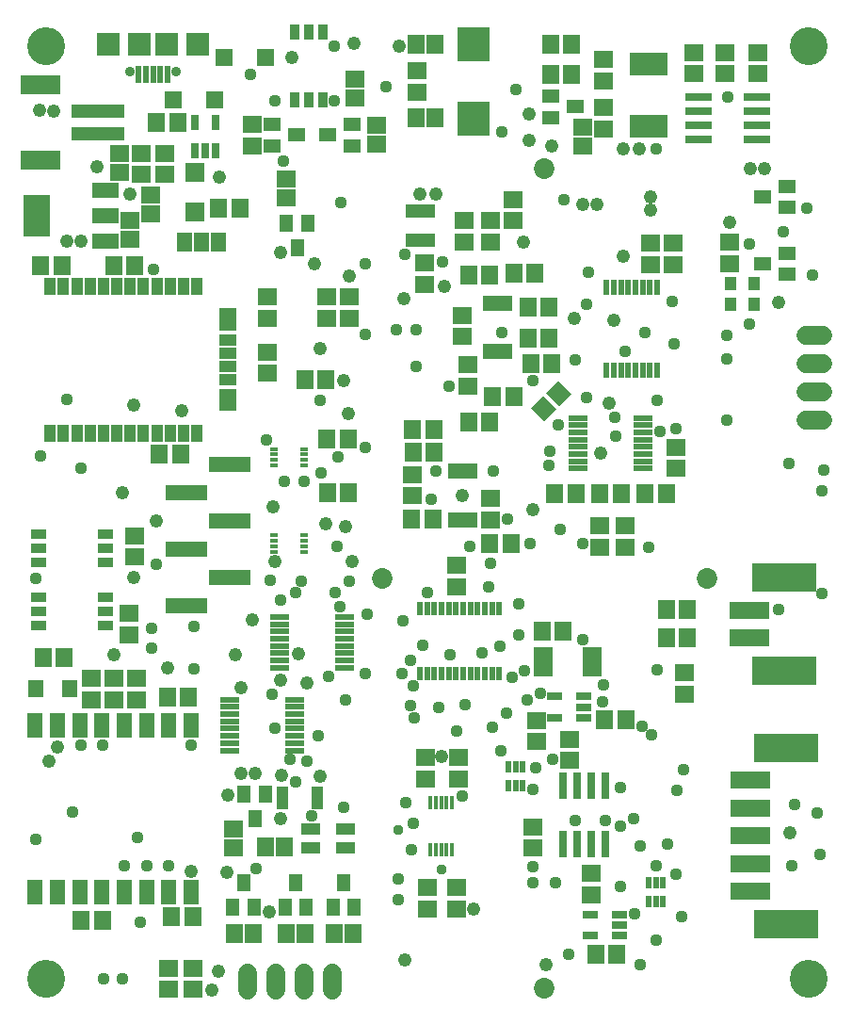
<source format=gts>
G75*
%MOIN*%
%OFA0B0*%
%FSLAX25Y25*%
%IPPOS*%
%LPD*%
%AMOC8*
5,1,8,0,0,1.08239X$1,22.5*
%
%ADD10C,0.13398*%
%ADD11R,0.05918X0.03950*%
%ADD12R,0.03950X0.05918*%
%ADD13R,0.05918X0.06706*%
%ADD14R,0.07099X0.02178*%
%ADD15R,0.06706X0.05918*%
%ADD16R,0.05524X0.08674*%
%ADD17R,0.05524X0.06312*%
%ADD18R,0.05800X0.03300*%
%ADD19R,0.15000X0.05800*%
%ADD20R,0.02572X0.05524*%
%ADD21R,0.03162X0.09461*%
%ADD22R,0.05524X0.03162*%
%ADD23R,0.02572X0.05131*%
%ADD24R,0.09461X0.03162*%
%ADD25R,0.01784X0.04737*%
%ADD26R,0.02178X0.03950*%
%ADD27R,0.03162X0.01784*%
%ADD28R,0.02375X0.05524*%
%ADD29R,0.06312X0.04737*%
%ADD30R,0.08280X0.08280*%
%ADD31R,0.02375X0.06115*%
%ADD32C,0.03556*%
%ADD33R,0.02965X0.05524*%
%ADD34R,0.06706X0.06706*%
%ADD35R,0.06312X0.06312*%
%ADD36R,0.03300X0.05800*%
%ADD37R,0.04737X0.06312*%
%ADD38R,0.13398X0.07887*%
%ADD39R,0.11430X0.12414*%
%ADD40R,0.14186X0.06312*%
%ADD41R,0.22847X0.09855*%
%ADD42C,0.07296*%
%ADD43R,0.03950X0.01981*%
%ADD44R,0.06706X0.04343*%
%ADD45R,0.09599X0.05599*%
%ADD46R,0.09461X0.14973*%
%ADD47R,0.02000X0.04700*%
%ADD48C,0.06800*%
%ADD49R,0.05400X0.07100*%
%ADD50R,0.18910X0.04737*%
%ADD51R,0.14186X0.07099*%
%ADD52R,0.04343X0.04737*%
%ADD53R,0.06509X0.02572*%
%ADD54C,0.04762*%
%ADD55C,0.04369*%
%ADD56C,0.03778*%
D10*
X0038431Y0012000D03*
X0308431Y0012000D03*
X0308431Y0342000D03*
X0038431Y0342000D03*
D11*
X0102969Y0247142D03*
X0102969Y0243205D03*
X0102969Y0238087D03*
X0102969Y0233362D03*
X0102969Y0228638D03*
X0102969Y0223913D03*
X0102969Y0218795D03*
X0102969Y0214858D03*
D12*
X0091945Y0205016D03*
X0087220Y0205016D03*
X0082496Y0205016D03*
X0077772Y0205016D03*
X0073047Y0205016D03*
X0068323Y0205016D03*
X0063598Y0205016D03*
X0058874Y0205016D03*
X0054150Y0205016D03*
X0049425Y0205016D03*
X0044701Y0205016D03*
X0039976Y0205016D03*
X0039976Y0256984D03*
X0044701Y0256984D03*
X0049425Y0256984D03*
X0054150Y0256984D03*
X0058874Y0256984D03*
X0063598Y0256984D03*
X0068323Y0256984D03*
X0073047Y0256984D03*
X0077772Y0256984D03*
X0082496Y0256984D03*
X0087220Y0256984D03*
X0091945Y0256984D03*
D13*
X0069921Y0264250D03*
X0062441Y0264250D03*
X0044171Y0264250D03*
X0036691Y0264250D03*
X0077691Y0315000D03*
X0085171Y0315000D03*
X0099691Y0284750D03*
X0107171Y0284750D03*
X0130191Y0224000D03*
X0137671Y0224000D03*
X0137941Y0203000D03*
X0145421Y0203000D03*
X0145671Y0184000D03*
X0138191Y0184000D03*
X0167991Y0174500D03*
X0175471Y0174500D03*
X0195691Y0166000D03*
X0203171Y0166000D03*
X0218691Y0183500D03*
X0226171Y0183500D03*
X0234691Y0183500D03*
X0242171Y0183500D03*
X0250691Y0183500D03*
X0258171Y0183500D03*
X0258191Y0142500D03*
X0265671Y0142500D03*
X0265671Y0132500D03*
X0258191Y0132500D03*
X0243771Y0103800D03*
X0236291Y0103800D03*
X0221671Y0135000D03*
X0214191Y0135000D03*
X0175971Y0198300D03*
X0175871Y0206400D03*
X0168391Y0206400D03*
X0168491Y0198300D03*
X0188191Y0209000D03*
X0195671Y0209000D03*
X0196691Y0218000D03*
X0204171Y0218000D03*
X0210191Y0229500D03*
X0217671Y0229500D03*
X0216671Y0238500D03*
X0209191Y0238500D03*
X0209191Y0249500D03*
X0216671Y0249500D03*
X0211671Y0261500D03*
X0204191Y0261500D03*
X0195671Y0261000D03*
X0188191Y0261000D03*
G36*
X0224539Y0218867D02*
X0220354Y0214682D01*
X0215613Y0219423D01*
X0219798Y0223608D01*
X0224539Y0218867D01*
G37*
G36*
X0219249Y0213577D02*
X0215064Y0209392D01*
X0210323Y0214133D01*
X0214508Y0218318D01*
X0219249Y0213577D01*
G37*
X0176278Y0316500D03*
X0169585Y0316500D03*
X0169585Y0342500D03*
X0176278Y0342500D03*
X0217191Y0342500D03*
X0224671Y0342500D03*
X0224671Y0332000D03*
X0217191Y0332000D03*
X0086171Y0197500D03*
X0078691Y0197500D03*
X0044921Y0125750D03*
X0037441Y0125750D03*
X0081441Y0111500D03*
X0088921Y0111500D03*
X0116085Y0058500D03*
X0122778Y0058500D03*
X0123585Y0028000D03*
X0130278Y0028000D03*
X0140585Y0028000D03*
X0147278Y0028000D03*
X0111778Y0028000D03*
X0105085Y0028000D03*
X0090421Y0034000D03*
X0082941Y0034000D03*
X0058421Y0032750D03*
X0050941Y0032750D03*
X0233191Y0020500D03*
X0240671Y0020500D03*
D14*
X0144169Y0122043D03*
X0144169Y0124602D03*
X0144169Y0127161D03*
X0144169Y0129720D03*
X0144169Y0132280D03*
X0144169Y0134839D03*
X0144169Y0137398D03*
X0144169Y0139957D03*
X0121194Y0139957D03*
X0121194Y0137398D03*
X0121194Y0134839D03*
X0121194Y0132280D03*
X0121194Y0129720D03*
X0121194Y0127161D03*
X0121194Y0124602D03*
X0121194Y0122043D03*
X0126669Y0110707D03*
X0126669Y0108148D03*
X0126669Y0105589D03*
X0126669Y0103030D03*
X0126669Y0100470D03*
X0126669Y0097911D03*
X0126669Y0095352D03*
X0126669Y0092793D03*
X0103694Y0092793D03*
X0103694Y0095352D03*
X0103694Y0097911D03*
X0103694Y0100470D03*
X0103694Y0103030D03*
X0103694Y0105589D03*
X0103694Y0108148D03*
X0103694Y0110707D03*
X0226944Y0192543D03*
X0226944Y0195102D03*
X0226944Y0197661D03*
X0226944Y0200220D03*
X0226944Y0202780D03*
X0226944Y0205339D03*
X0226944Y0207898D03*
X0226944Y0210457D03*
X0249919Y0210457D03*
X0249919Y0207898D03*
X0249919Y0205339D03*
X0249919Y0202780D03*
X0249919Y0200220D03*
X0249919Y0197661D03*
X0249919Y0195102D03*
X0249919Y0192543D03*
D15*
X0261681Y0192510D03*
X0261681Y0199990D03*
X0243431Y0172240D03*
X0243431Y0164760D03*
X0234431Y0164760D03*
X0234431Y0172240D03*
X0195931Y0174460D03*
X0195931Y0181940D03*
X0183931Y0158240D03*
X0183931Y0150760D03*
X0168331Y0182960D03*
X0168331Y0190440D03*
X0187931Y0221760D03*
X0187931Y0229240D03*
X0185931Y0239260D03*
X0185931Y0246740D03*
X0172431Y0257760D03*
X0172431Y0265240D03*
X0186431Y0272760D03*
X0186431Y0280240D03*
X0195931Y0280240D03*
X0195931Y0272760D03*
X0203931Y0280260D03*
X0203931Y0287740D03*
X0228431Y0306654D03*
X0228431Y0313346D03*
X0235931Y0312760D03*
X0235931Y0320240D03*
X0235931Y0329760D03*
X0235931Y0337240D03*
X0267931Y0339740D03*
X0267931Y0332260D03*
X0278931Y0332260D03*
X0278931Y0339740D03*
X0290431Y0339740D03*
X0290431Y0332260D03*
X0280681Y0272490D03*
X0280681Y0265010D03*
X0260431Y0264760D03*
X0260431Y0272240D03*
X0252431Y0272240D03*
X0252431Y0264760D03*
X0169931Y0325760D03*
X0169931Y0333240D03*
X0155431Y0313846D03*
X0155431Y0307154D03*
X0147931Y0323654D03*
X0147931Y0330346D03*
X0123431Y0294846D03*
X0123431Y0288154D03*
X0111431Y0306760D03*
X0111431Y0314240D03*
X0080431Y0303990D03*
X0080431Y0296510D03*
X0075431Y0289346D03*
X0075431Y0282654D03*
X0068181Y0280346D03*
X0068181Y0273654D03*
X0072181Y0296510D03*
X0072181Y0303990D03*
X0064431Y0303846D03*
X0064431Y0297154D03*
X0116931Y0253240D03*
X0116931Y0245760D03*
X0116931Y0233740D03*
X0116931Y0226260D03*
X0137931Y0245760D03*
X0137931Y0253240D03*
X0145931Y0253240D03*
X0145931Y0245760D03*
X0069931Y0168740D03*
X0069931Y0161260D03*
X0067931Y0141240D03*
X0067931Y0133760D03*
X0070681Y0118240D03*
X0070681Y0110760D03*
X0062681Y0110760D03*
X0062681Y0118240D03*
X0054681Y0118240D03*
X0054681Y0110760D03*
X0104931Y0064846D03*
X0104931Y0058154D03*
X0090431Y0015740D03*
X0090431Y0008260D03*
X0081931Y0008260D03*
X0081931Y0015740D03*
X0173431Y0036760D03*
X0173431Y0044240D03*
X0183931Y0044240D03*
X0183931Y0036760D03*
X0210931Y0058260D03*
X0210931Y0065740D03*
X0231431Y0049240D03*
X0231431Y0041760D03*
X0223931Y0089260D03*
X0223931Y0096740D03*
X0212131Y0095960D03*
X0212131Y0103440D03*
X0184431Y0090240D03*
X0184431Y0082760D03*
X0172931Y0082760D03*
X0172931Y0090240D03*
X0264431Y0112760D03*
X0264431Y0120240D03*
D16*
X0089833Y0101528D03*
X0081959Y0101528D03*
X0074085Y0101528D03*
X0066211Y0101528D03*
X0058337Y0101528D03*
X0050463Y0101528D03*
X0042589Y0101528D03*
X0034715Y0101528D03*
X0034715Y0042472D03*
X0042589Y0042472D03*
X0050463Y0042472D03*
X0058337Y0042472D03*
X0066211Y0042472D03*
X0074085Y0042472D03*
X0081959Y0042472D03*
X0089833Y0042472D03*
D17*
X0046837Y0114500D03*
X0035026Y0114500D03*
D18*
X0035772Y0137000D03*
X0035772Y0142000D03*
X0035772Y0147000D03*
X0035772Y0159250D03*
X0035772Y0164250D03*
X0035772Y0169250D03*
X0059591Y0169250D03*
X0059591Y0164250D03*
X0059591Y0159250D03*
X0059591Y0147000D03*
X0059591Y0142000D03*
X0059591Y0137000D03*
D19*
X0088281Y0144000D03*
X0103581Y0154000D03*
X0088281Y0164000D03*
X0103581Y0174000D03*
X0088281Y0184000D03*
X0103581Y0194000D03*
D20*
X0182093Y0191563D03*
X0184652Y0191563D03*
X0187211Y0191563D03*
X0189770Y0191563D03*
X0189770Y0174437D03*
X0187211Y0174437D03*
X0184652Y0174437D03*
X0182093Y0174437D03*
X0194593Y0233937D03*
X0197152Y0233937D03*
X0199711Y0233937D03*
X0202270Y0233937D03*
X0202270Y0251063D03*
X0199711Y0251063D03*
X0197152Y0251063D03*
X0194593Y0251063D03*
D21*
X0221431Y0080236D03*
X0226431Y0080236D03*
X0231431Y0080236D03*
X0236431Y0080236D03*
X0236431Y0059764D03*
X0231431Y0059764D03*
X0226431Y0059764D03*
X0221431Y0059764D03*
D22*
X0231289Y0034740D03*
X0231289Y0027260D03*
X0241573Y0027260D03*
X0241573Y0031000D03*
X0241573Y0034740D03*
X0228873Y0104360D03*
X0228873Y0108100D03*
X0228873Y0111840D03*
X0218589Y0111840D03*
X0218589Y0104360D03*
D23*
X0174770Y0273382D03*
X0172211Y0273382D03*
X0169652Y0273382D03*
X0167093Y0273382D03*
X0167093Y0283618D03*
X0169652Y0283618D03*
X0172211Y0283618D03*
X0174770Y0283618D03*
D24*
X0269695Y0309000D03*
X0269695Y0314000D03*
X0269695Y0319000D03*
X0269695Y0324000D03*
X0290167Y0324000D03*
X0290167Y0319000D03*
X0290167Y0314000D03*
X0290167Y0309000D03*
D25*
X0182368Y0074319D03*
X0180400Y0074319D03*
X0178431Y0074319D03*
X0176463Y0074319D03*
X0174494Y0074319D03*
X0174494Y0057681D03*
X0176463Y0057681D03*
X0178431Y0057681D03*
X0180400Y0057681D03*
X0182368Y0057681D03*
D26*
X0202293Y0080154D03*
X0204852Y0080154D03*
X0207411Y0080154D03*
X0207411Y0086846D03*
X0204852Y0086846D03*
X0202293Y0086846D03*
X0251951Y0045846D03*
X0254510Y0045846D03*
X0257069Y0045846D03*
X0257069Y0039154D03*
X0254510Y0039154D03*
X0251951Y0039154D03*
D27*
X0129746Y0163047D03*
X0129746Y0165016D03*
X0129746Y0166984D03*
X0129746Y0168953D03*
X0119116Y0168953D03*
X0119116Y0166984D03*
X0119116Y0165016D03*
X0119116Y0163047D03*
X0119116Y0193547D03*
X0119116Y0195516D03*
X0119116Y0197484D03*
X0119116Y0199453D03*
X0129746Y0199453D03*
X0129746Y0197484D03*
X0129746Y0195516D03*
X0129746Y0193547D03*
D28*
X0236974Y0227234D03*
X0239533Y0227234D03*
X0242093Y0227234D03*
X0244652Y0227234D03*
X0247211Y0227234D03*
X0249770Y0227234D03*
X0252329Y0227234D03*
X0254888Y0227234D03*
X0254888Y0256766D03*
X0252329Y0256766D03*
X0249770Y0256766D03*
X0247211Y0256766D03*
X0244652Y0256766D03*
X0242093Y0256766D03*
X0239533Y0256766D03*
X0236974Y0256766D03*
D29*
X0292100Y0265000D03*
X0300762Y0261260D03*
X0300762Y0268740D03*
X0300762Y0284860D03*
X0300762Y0292340D03*
X0292100Y0288600D03*
X0225762Y0320500D03*
X0217100Y0316760D03*
X0217100Y0324240D03*
X0146762Y0314240D03*
X0146762Y0306760D03*
X0138100Y0310500D03*
X0127262Y0310500D03*
X0118600Y0306760D03*
X0118600Y0314240D03*
D30*
X0092179Y0342500D03*
X0081156Y0342500D03*
X0071707Y0342500D03*
X0060683Y0342500D03*
D31*
X0071313Y0331870D03*
X0073872Y0331870D03*
X0076431Y0331870D03*
X0078990Y0331870D03*
X0081549Y0331870D03*
D32*
X0084600Y0332854D03*
X0068262Y0332854D03*
D33*
X0091191Y0315119D03*
X0098671Y0315119D03*
X0098671Y0304881D03*
X0094931Y0304881D03*
X0091191Y0304881D03*
D34*
X0091181Y0297140D03*
X0091181Y0283360D03*
D35*
X0098411Y0323000D03*
X0083451Y0323000D03*
X0101451Y0338000D03*
X0116411Y0338000D03*
D36*
X0126431Y0346909D03*
X0131431Y0346909D03*
X0136431Y0346909D03*
X0136431Y0323091D03*
X0131431Y0323091D03*
X0126431Y0323091D03*
D37*
X0123691Y0279331D03*
X0131171Y0279331D03*
X0127431Y0270669D03*
X0116171Y0077331D03*
X0112431Y0068669D03*
X0108691Y0077331D03*
X0108431Y0045831D03*
X0104691Y0037169D03*
X0112171Y0037169D03*
X0123191Y0037169D03*
X0130671Y0037169D03*
X0126931Y0045831D03*
X0140191Y0037169D03*
X0143931Y0045831D03*
X0147671Y0037169D03*
D38*
X0251931Y0313476D03*
X0251931Y0335524D03*
D39*
X0189931Y0342787D03*
X0189931Y0316213D03*
D40*
X0287530Y0142421D03*
X0287530Y0132579D03*
X0288030Y0082185D03*
X0288030Y0072343D03*
X0288030Y0062500D03*
X0288030Y0052657D03*
X0288030Y0042815D03*
D41*
X0300431Y0031201D03*
X0300431Y0093799D03*
X0299931Y0120965D03*
X0299931Y0154035D03*
D42*
X0272431Y0153500D03*
X0157431Y0153500D03*
X0214931Y0008500D03*
X0214931Y0298500D03*
D43*
X0134533Y0078953D03*
X0134533Y0076984D03*
X0134533Y0075016D03*
X0134533Y0073047D03*
X0122329Y0073047D03*
X0122329Y0075016D03*
X0122329Y0076984D03*
X0122329Y0078953D03*
D44*
X0132329Y0064846D03*
X0132329Y0058154D03*
X0144533Y0058154D03*
X0144533Y0064846D03*
D45*
X0059632Y0272902D03*
X0059632Y0282000D03*
X0059632Y0291098D03*
D46*
X0035230Y0282000D03*
D47*
X0170856Y0142987D03*
X0173415Y0142987D03*
X0175974Y0142987D03*
X0178533Y0142987D03*
X0181093Y0142987D03*
X0183652Y0142987D03*
X0186211Y0142987D03*
X0188770Y0142987D03*
X0191329Y0142987D03*
X0193888Y0142987D03*
X0196447Y0142987D03*
X0199006Y0142987D03*
X0199006Y0120013D03*
X0196447Y0120013D03*
X0193888Y0120013D03*
X0191329Y0120013D03*
X0188770Y0120013D03*
X0186211Y0120013D03*
X0183652Y0120013D03*
X0181093Y0120013D03*
X0178533Y0120013D03*
X0175974Y0120013D03*
X0173415Y0120013D03*
X0170856Y0120013D03*
D48*
X0139931Y0014000D02*
X0139931Y0008000D01*
X0129931Y0008000D02*
X0129931Y0014000D01*
X0119931Y0014000D02*
X0119931Y0008000D01*
X0109931Y0008000D02*
X0109931Y0014000D01*
X0307431Y0209500D02*
X0313431Y0209500D01*
X0313431Y0219500D02*
X0307431Y0219500D01*
X0307431Y0229500D02*
X0313431Y0229500D01*
X0313431Y0239500D02*
X0307431Y0239500D01*
D49*
X0099681Y0272750D03*
X0093681Y0272750D03*
X0087681Y0272750D03*
D50*
X0056998Y0311063D03*
X0056998Y0318937D03*
D51*
X0036526Y0328386D03*
X0036526Y0301614D03*
D52*
X0281047Y0257990D03*
X0281047Y0250510D03*
X0289315Y0250510D03*
X0289315Y0257990D03*
D53*
X0231793Y0127839D03*
X0231793Y0125280D03*
X0231793Y0122720D03*
X0231793Y0120161D03*
X0214470Y0120161D03*
X0214470Y0122720D03*
X0214470Y0125280D03*
X0214470Y0127839D03*
D54*
X0178681Y0090490D03*
X0135681Y0083750D03*
X0121931Y0084000D03*
X0112681Y0084500D03*
X0107431Y0084500D03*
X0102931Y0077000D03*
X0121431Y0068500D03*
X0102431Y0049500D03*
X0089931Y0050000D03*
X0117431Y0035500D03*
X0099431Y0014500D03*
X0097181Y0008000D03*
X0165681Y0018500D03*
X0189931Y0036760D03*
X0215431Y0017000D03*
X0301931Y0063500D03*
X0210931Y0178000D03*
X0185931Y0183000D03*
X0144431Y0172000D03*
X0137431Y0173000D03*
X0146931Y0159500D03*
X0119431Y0159750D03*
X0118931Y0179000D03*
X0145431Y0212000D03*
X0143931Y0223500D03*
X0135431Y0235000D03*
X0145931Y0260500D03*
X0133431Y0265000D03*
X0121431Y0269000D03*
X0099931Y0295750D03*
X0068181Y0289750D03*
X0056681Y0299250D03*
X0041181Y0319000D03*
X0036181Y0319250D03*
X0045931Y0273000D03*
X0050931Y0273000D03*
X0069431Y0215000D03*
X0086431Y0213000D03*
X0065431Y0184000D03*
X0077431Y0174000D03*
X0069431Y0154000D03*
X0062431Y0126500D03*
X0081431Y0122000D03*
X0105431Y0126500D03*
X0107431Y0115000D03*
X0121431Y0117500D03*
X0127931Y0127000D03*
X0130931Y0116500D03*
X0111431Y0139000D03*
X0042431Y0094000D03*
X0039431Y0089000D03*
X0165181Y0252500D03*
X0179431Y0257000D03*
X0207431Y0272500D03*
X0228431Y0286000D03*
X0233431Y0286000D03*
X0242931Y0267500D03*
X0252431Y0284000D03*
X0252431Y0288500D03*
X0248431Y0305500D03*
X0242931Y0305500D03*
X0217431Y0306500D03*
X0209431Y0308500D03*
X0209431Y0318000D03*
X0176431Y0289500D03*
X0170931Y0289500D03*
X0125431Y0338000D03*
X0147431Y0343000D03*
X0163431Y0342000D03*
X0225431Y0245750D03*
X0239431Y0245000D03*
X0237931Y0215500D03*
X0234931Y0198000D03*
X0297931Y0251250D03*
X0280431Y0279500D03*
X0287931Y0298500D03*
X0292931Y0298500D03*
D55*
X0308031Y0284700D03*
X0299431Y0276400D03*
X0287431Y0272000D03*
X0309931Y0261000D03*
X0287431Y0243500D03*
X0279431Y0239500D03*
X0279431Y0231250D03*
X0260931Y0236500D03*
X0250431Y0240500D03*
X0243431Y0234000D03*
X0254931Y0216500D03*
X0255931Y0205800D03*
X0261431Y0206500D03*
X0279431Y0209500D03*
X0301681Y0194250D03*
X0313347Y0184500D03*
X0313931Y0192000D03*
X0313347Y0148245D03*
X0297931Y0142500D03*
X0254931Y0121300D03*
X0235931Y0116000D03*
X0235431Y0110000D03*
X0249431Y0101400D03*
X0252931Y0098400D03*
X0264181Y0086000D03*
X0261931Y0078500D03*
X0246431Y0068500D03*
X0241931Y0066000D03*
X0236431Y0068000D03*
X0225931Y0068000D03*
X0210931Y0079000D03*
X0211931Y0086500D03*
X0217931Y0089500D03*
X0199431Y0092750D03*
X0196431Y0101000D03*
X0201431Y0106000D03*
X0208931Y0110500D03*
X0213431Y0113000D03*
X0207931Y0121000D03*
X0203431Y0118500D03*
X0199181Y0129750D03*
X0192847Y0127446D03*
X0181681Y0126750D03*
X0171931Y0130000D03*
X0167431Y0124500D03*
X0164681Y0120000D03*
X0168556Y0115500D03*
X0167681Y0108500D03*
X0168931Y0104250D03*
X0177431Y0108000D03*
X0183931Y0099500D03*
X0186931Y0109000D03*
X0205931Y0133500D03*
X0205931Y0144500D03*
X0195231Y0150600D03*
X0195931Y0159000D03*
X0188431Y0165000D03*
X0173431Y0148500D03*
X0164931Y0138500D03*
X0152306Y0141000D03*
X0142431Y0143500D03*
X0140931Y0148500D03*
X0145931Y0152500D03*
X0141431Y0165000D03*
X0128931Y0152500D03*
X0126931Y0148500D03*
X0121431Y0146000D03*
X0117931Y0153000D03*
X0090931Y0136500D03*
X0090931Y0121500D03*
X0075931Y0129000D03*
X0075931Y0136000D03*
X0077431Y0158500D03*
X0050931Y0192500D03*
X0036431Y0197000D03*
X0045931Y0217000D03*
X0076681Y0263000D03*
X0122431Y0301250D03*
X0119431Y0322500D03*
X0110931Y0332000D03*
X0140431Y0322500D03*
X0140431Y0342000D03*
X0158931Y0327500D03*
X0142931Y0286500D03*
X0151431Y0265000D03*
X0165681Y0268250D03*
X0178931Y0265500D03*
X0169431Y0241500D03*
X0162681Y0241750D03*
X0151431Y0240000D03*
X0169431Y0228500D03*
X0181181Y0221750D03*
X0199931Y0240500D03*
X0210931Y0223500D03*
X0225931Y0231000D03*
X0229931Y0217500D03*
X0239931Y0210500D03*
X0240181Y0204000D03*
X0219931Y0208000D03*
X0216931Y0198500D03*
X0216431Y0193500D03*
X0201931Y0174500D03*
X0209931Y0166000D03*
X0220431Y0171000D03*
X0228431Y0166000D03*
X0251931Y0164500D03*
X0228431Y0132000D03*
X0241931Y0079500D03*
X0248931Y0059000D03*
X0254431Y0052000D03*
X0261431Y0049000D03*
X0258431Y0059500D03*
X0241931Y0044500D03*
X0246931Y0035000D03*
X0254431Y0025750D03*
X0248931Y0017000D03*
X0263431Y0034000D03*
X0302431Y0052000D03*
X0312431Y0056000D03*
X0311431Y0070600D03*
X0303431Y0073500D03*
X0223431Y0020500D03*
X0218931Y0046000D03*
X0210931Y0046000D03*
X0210931Y0051500D03*
X0185931Y0076750D03*
X0168431Y0067000D03*
X0167931Y0057500D03*
X0163181Y0047250D03*
X0163181Y0040000D03*
X0143931Y0072500D03*
X0132431Y0069500D03*
X0126931Y0081500D03*
X0124931Y0089500D03*
X0130931Y0089000D03*
X0135020Y0097911D03*
X0144431Y0110500D03*
X0138431Y0119000D03*
X0151431Y0120000D03*
X0118431Y0112500D03*
X0119431Y0100500D03*
X0089931Y0094500D03*
X0070931Y0062000D03*
X0074085Y0052000D03*
X0081959Y0052000D03*
X0066211Y0052000D03*
X0071931Y0032000D03*
X0065431Y0012000D03*
X0058931Y0012000D03*
X0034931Y0061250D03*
X0047931Y0071000D03*
X0050931Y0094500D03*
X0058431Y0094500D03*
X0034931Y0153750D03*
X0116681Y0202750D03*
X0122931Y0188000D03*
X0129746Y0188000D03*
X0129931Y0188000D03*
X0135931Y0191000D03*
X0141931Y0196500D03*
X0151431Y0200000D03*
X0135431Y0216500D03*
X0174931Y0181500D03*
X0176431Y0191500D03*
X0196931Y0191500D03*
X0229931Y0250500D03*
X0230431Y0262000D03*
X0221931Y0287500D03*
X0199931Y0311500D03*
X0204931Y0326500D03*
X0254431Y0305750D03*
X0279931Y0324000D03*
X0260181Y0251500D03*
X0165931Y0074250D03*
X0112931Y0051000D03*
D56*
X0163181Y0064500D03*
X0178431Y0050750D03*
M02*

</source>
